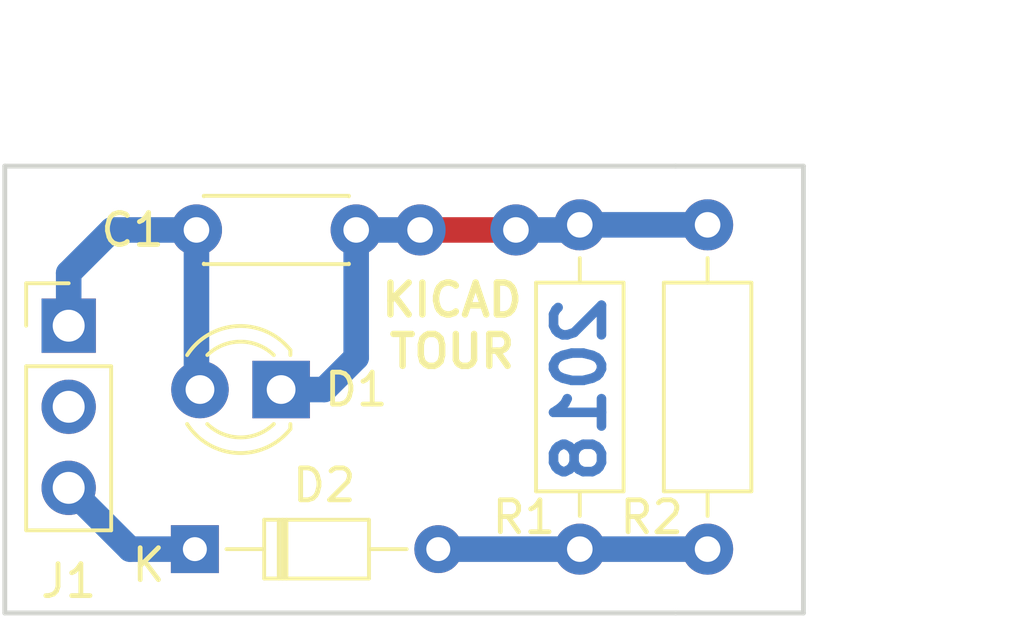
<source format=kicad_pcb>
(kicad_pcb (version 20171130) (host pcbnew 5.0.0-fee4fd1~66~ubuntu16.04.1)

  (general
    (thickness 1.6)
    (drawings 11)
    (tracks 19)
    (zones 0)
    (modules 6)
    (nets 6)
  )

  (page A4)
  (title_block
    (title "Kicad Tour K5")
    (date 2018-08-31)
    (rev 1)
    (company "Diego Brengi - Diseño de PCB")
  )

  (layers
    (0 F.Cu signal)
    (31 B.Cu signal)
    (32 B.Adhes user)
    (33 F.Adhes user)
    (34 B.Paste user)
    (35 F.Paste user)
    (36 B.SilkS user)
    (37 F.SilkS user)
    (38 B.Mask user)
    (39 F.Mask user hide)
    (40 Dwgs.User user)
    (41 Cmts.User user)
    (42 Eco1.User user)
    (43 Eco2.User user)
    (44 Edge.Cuts user)
    (45 Margin user)
    (46 B.CrtYd user)
    (47 F.CrtYd user)
    (48 B.Fab user)
    (49 F.Fab user hide)
  )

  (setup
    (last_trace_width 0.8)
    (trace_clearance 0.8)
    (zone_clearance 0.508)
    (zone_45_only no)
    (trace_min 0.2)
    (segment_width 0.2)
    (edge_width 0.15)
    (via_size 1.6)
    (via_drill 0.8)
    (via_min_size 0.4)
    (via_min_drill 0.3)
    (uvia_size 0.3)
    (uvia_drill 0.1)
    (uvias_allowed no)
    (uvia_min_size 0.2)
    (uvia_min_drill 0.1)
    (pcb_text_width 0.3)
    (pcb_text_size 1.5 1.5)
    (mod_edge_width 0.15)
    (mod_text_size 1 1)
    (mod_text_width 0.15)
    (pad_size 1.524 1.524)
    (pad_drill 0.762)
    (pad_to_mask_clearance 0.2)
    (aux_axis_origin 0 0)
    (visible_elements FFFDEF7F)
    (pcbplotparams
      (layerselection 0x01120_ffffffff)
      (usegerberextensions false)
      (usegerberattributes true)
      (usegerberadvancedattributes true)
      (creategerberjobfile true)
      (excludeedgelayer false)
      (linewidth 0.100000)
      (plotframeref false)
      (viasonmask false)
      (mode 1)
      (useauxorigin false)
      (hpglpennumber 1)
      (hpglpenspeed 20)
      (hpglpendiameter 15.000000)
      (psnegative false)
      (psa4output false)
      (plotreference true)
      (plotvalue true)
      (plotinvisibletext false)
      (padsonsilk false)
      (subtractmaskfromsilk false)
      (outputformat 1)
      (mirror false)
      (drillshape 0)
      (scaleselection 1)
      (outputdirectory ""))
  )

  (net 0 "")
  (net 1 "Net-(C1-Pad1)")
  (net 2 "Net-(C1-Pad2)")
  (net 3 "Net-(J1-Pad2)")
  (net 4 "Net-(D2-Pad1)")
  (net 5 "Net-(D2-Pad2)")

  (net_class Default "Esta es la clase de red por defecto."
    (clearance 0.8)
    (trace_width 0.8)
    (via_dia 1.6)
    (via_drill 0.8)
    (uvia_dia 0.3)
    (uvia_drill 0.1)
    (add_net "Net-(C1-Pad1)")
    (add_net "Net-(C1-Pad2)")
    (add_net "Net-(D2-Pad1)")
    (add_net "Net-(D2-Pad2)")
    (add_net "Net-(J1-Pad2)")
  )

  (module Resistor_THT:R_Axial_DIN0207_L6.3mm_D2.5mm_P10.16mm_Horizontal (layer F.Cu) (tedit 5B8ED065) (tstamp 5B9AFFAD)
    (at 149 108 90)
    (descr "Resistor, Axial_DIN0207 series, Axial, Horizontal, pin pitch=10.16mm, 0.25W = 1/4W, length*diameter=6.3*2.5mm^2, http://cdn-reichelt.de/documents/datenblatt/B400/1_4W%23YAG.pdf")
    (tags "Resistor Axial_DIN0207 series Axial Horizontal pin pitch 10.16mm 0.25W = 1/4W length 6.3mm diameter 2.5mm")
    (path /5B8ECDC7)
    (fp_text reference R2 (at 1 -1.75 180) (layer F.SilkS)
      (effects (font (size 1 1) (thickness 0.15)))
    )
    (fp_text value 100K (at 5.08 2.37 90) (layer F.Fab)
      (effects (font (size 1 1) (thickness 0.15)))
    )
    (fp_line (start 1.93 -1.25) (end 1.93 1.25) (layer F.Fab) (width 0.1))
    (fp_line (start 1.93 1.25) (end 8.23 1.25) (layer F.Fab) (width 0.1))
    (fp_line (start 8.23 1.25) (end 8.23 -1.25) (layer F.Fab) (width 0.1))
    (fp_line (start 8.23 -1.25) (end 1.93 -1.25) (layer F.Fab) (width 0.1))
    (fp_line (start 0 0) (end 1.93 0) (layer F.Fab) (width 0.1))
    (fp_line (start 10.16 0) (end 8.23 0) (layer F.Fab) (width 0.1))
    (fp_line (start 1.81 -1.37) (end 1.81 1.37) (layer F.SilkS) (width 0.12))
    (fp_line (start 1.81 1.37) (end 8.35 1.37) (layer F.SilkS) (width 0.12))
    (fp_line (start 8.35 1.37) (end 8.35 -1.37) (layer F.SilkS) (width 0.12))
    (fp_line (start 8.35 -1.37) (end 1.81 -1.37) (layer F.SilkS) (width 0.12))
    (fp_line (start 1.04 0) (end 1.81 0) (layer F.SilkS) (width 0.12))
    (fp_line (start 9.12 0) (end 8.35 0) (layer F.SilkS) (width 0.12))
    (fp_line (start -1.05 -1.5) (end -1.05 1.5) (layer F.CrtYd) (width 0.05))
    (fp_line (start -1.05 1.5) (end 11.21 1.5) (layer F.CrtYd) (width 0.05))
    (fp_line (start 11.21 1.5) (end 11.21 -1.5) (layer F.CrtYd) (width 0.05))
    (fp_line (start 11.21 -1.5) (end -1.05 -1.5) (layer F.CrtYd) (width 0.05))
    (fp_text user %R (at 5.08 0 90) (layer F.Fab)
      (effects (font (size 1 1) (thickness 0.15)))
    )
    (pad 1 thru_hole circle (at 0 0 90) (size 1.6 1.6) (drill 0.8) (layers *.Cu *.Mask)
      (net 5 "Net-(D2-Pad2)"))
    (pad 2 thru_hole oval (at 10.16 0 90) (size 1.6 1.6) (drill 0.8) (layers *.Cu *.Mask)
      (net 1 "Net-(C1-Pad1)"))
    (model ${KISYS3DMOD}/Resistor_THT.3dshapes/R_Axial_DIN0207_L6.3mm_D2.5mm_P10.16mm_Horizontal.wrl
      (at (xyz 0 0 0))
      (scale (xyz 1 1 1))
      (rotate (xyz 0 0 0))
    )
  )

  (module Connector_PinHeader_2.54mm:PinHeader_1x03_P2.54mm_Vertical (layer F.Cu) (tedit 59FED5CC) (tstamp 5B94C954)
    (at 129 101)
    (descr "Through hole straight pin header, 1x03, 2.54mm pitch, single row")
    (tags "Through hole pin header THT 1x03 2.54mm single row")
    (path /5B8823B4)
    (fp_text reference J1 (at 0 8) (layer F.SilkS)
      (effects (font (size 1 1) (thickness 0.15)))
    )
    (fp_text value Conn_01x03 (at 0 7.41) (layer F.Fab)
      (effects (font (size 1 1) (thickness 0.15)))
    )
    (fp_line (start -0.635 -1.27) (end 1.27 -1.27) (layer F.Fab) (width 0.1))
    (fp_line (start 1.27 -1.27) (end 1.27 6.35) (layer F.Fab) (width 0.1))
    (fp_line (start 1.27 6.35) (end -1.27 6.35) (layer F.Fab) (width 0.1))
    (fp_line (start -1.27 6.35) (end -1.27 -0.635) (layer F.Fab) (width 0.1))
    (fp_line (start -1.27 -0.635) (end -0.635 -1.27) (layer F.Fab) (width 0.1))
    (fp_line (start -1.33 6.41) (end 1.33 6.41) (layer F.SilkS) (width 0.12))
    (fp_line (start -1.33 1.27) (end -1.33 6.41) (layer F.SilkS) (width 0.12))
    (fp_line (start 1.33 1.27) (end 1.33 6.41) (layer F.SilkS) (width 0.12))
    (fp_line (start -1.33 1.27) (end 1.33 1.27) (layer F.SilkS) (width 0.12))
    (fp_line (start -1.33 0) (end -1.33 -1.33) (layer F.SilkS) (width 0.12))
    (fp_line (start -1.33 -1.33) (end 0 -1.33) (layer F.SilkS) (width 0.12))
    (fp_line (start -1.8 -1.8) (end -1.8 6.85) (layer F.CrtYd) (width 0.05))
    (fp_line (start -1.8 6.85) (end 1.8 6.85) (layer F.CrtYd) (width 0.05))
    (fp_line (start 1.8 6.85) (end 1.8 -1.8) (layer F.CrtYd) (width 0.05))
    (fp_line (start 1.8 -1.8) (end -1.8 -1.8) (layer F.CrtYd) (width 0.05))
    (fp_text user %R (at 0 2.54 90) (layer F.Fab)
      (effects (font (size 1 1) (thickness 0.15)))
    )
    (pad 1 thru_hole rect (at 0 0) (size 1.7 1.7) (drill 1) (layers *.Cu *.Mask)
      (net 2 "Net-(C1-Pad2)"))
    (pad 2 thru_hole oval (at 0 2.54) (size 1.7 1.7) (drill 1) (layers *.Cu *.Mask)
      (net 3 "Net-(J1-Pad2)"))
    (pad 3 thru_hole oval (at 0 5.08) (size 1.7 1.7) (drill 1) (layers *.Cu *.Mask)
      (net 4 "Net-(D2-Pad1)"))
    (model ${KISYS3DMOD}/Connector_PinHeader_2.54mm.3dshapes/PinHeader_1x03_P2.54mm_Vertical.wrl
      (at (xyz 0 0 0))
      (scale (xyz 1 1 1))
      (rotate (xyz 0 0 0))
    )
  )

  (module Capacitor_THT:C_Disc_D4.3mm_W1.9mm_P5.00mm (layer F.Cu) (tedit 5AE50EF0) (tstamp 5B94BC8B)
    (at 138 98 180)
    (descr "C, Disc series, Radial, pin pitch=5.00mm, , diameter*width=4.3*1.9mm^2, Capacitor, http://www.vishay.com/docs/45233/krseries.pdf")
    (tags "C Disc series Radial pin pitch 5.00mm  diameter 4.3mm width 1.9mm Capacitor")
    (path /5B869984)
    (fp_text reference C1 (at 7 0 180) (layer F.SilkS)
      (effects (font (size 1 1) (thickness 0.15)))
    )
    (fp_text value 100nF (at 2.5 2.2 180) (layer F.Fab)
      (effects (font (size 1 1) (thickness 0.15)))
    )
    (fp_line (start 0.35 -0.95) (end 0.35 0.95) (layer F.Fab) (width 0.1))
    (fp_line (start 0.35 0.95) (end 4.65 0.95) (layer F.Fab) (width 0.1))
    (fp_line (start 4.65 0.95) (end 4.65 -0.95) (layer F.Fab) (width 0.1))
    (fp_line (start 4.65 -0.95) (end 0.35 -0.95) (layer F.Fab) (width 0.1))
    (fp_line (start 0.23 -1.07) (end 4.77 -1.07) (layer F.SilkS) (width 0.12))
    (fp_line (start 0.23 1.07) (end 4.77 1.07) (layer F.SilkS) (width 0.12))
    (fp_line (start 0.23 -1.07) (end 0.23 -1.055) (layer F.SilkS) (width 0.12))
    (fp_line (start 0.23 1.055) (end 0.23 1.07) (layer F.SilkS) (width 0.12))
    (fp_line (start 4.77 -1.07) (end 4.77 -1.055) (layer F.SilkS) (width 0.12))
    (fp_line (start 4.77 1.055) (end 4.77 1.07) (layer F.SilkS) (width 0.12))
    (fp_line (start -1.05 -1.2) (end -1.05 1.2) (layer F.CrtYd) (width 0.05))
    (fp_line (start -1.05 1.2) (end 6.05 1.2) (layer F.CrtYd) (width 0.05))
    (fp_line (start 6.05 1.2) (end 6.05 -1.2) (layer F.CrtYd) (width 0.05))
    (fp_line (start 6.05 -1.2) (end -1.05 -1.2) (layer F.CrtYd) (width 0.05))
    (fp_text user %R (at 2 0 180) (layer F.Fab)
      (effects (font (size 0.86 0.86) (thickness 0.129)))
    )
    (pad 1 thru_hole circle (at 0 0 180) (size 1.6 1.6) (drill 0.8) (layers *.Cu *.Mask)
      (net 1 "Net-(C1-Pad1)"))
    (pad 2 thru_hole circle (at 5 0 180) (size 1.6 1.6) (drill 0.8) (layers *.Cu *.Mask)
      (net 2 "Net-(C1-Pad2)"))
    (model ${KISYS3DMOD}/Capacitor_THT.3dshapes/C_Disc_D4.3mm_W1.9mm_P5.00mm.wrl
      (at (xyz 0 0 0))
      (scale (xyz 1 1 1))
      (rotate (xyz 0 0 0))
    )
  )

  (module Resistor_THT:R_Axial_DIN0207_L6.3mm_D2.5mm_P10.16mm_Horizontal (layer F.Cu) (tedit 5B8ED075) (tstamp 5B94BCE2)
    (at 145 108 90)
    (descr "Resistor, Axial_DIN0207 series, Axial, Horizontal, pin pitch=10.16mm, 0.25W = 1/4W, length*diameter=6.3*2.5mm^2, http://cdn-reichelt.de/documents/datenblatt/B400/1_4W%23YAG.pdf")
    (tags "Resistor Axial_DIN0207 series Axial Horizontal pin pitch 10.16mm 0.25W = 1/4W length 6.3mm diameter 2.5mm")
    (path /5B86992C)
    (fp_text reference R1 (at 1 -1.75 180) (layer F.SilkS)
      (effects (font (size 1 1) (thickness 0.15)))
    )
    (fp_text value 100K (at 5.08 2.37 90) (layer F.Fab)
      (effects (font (size 1 1) (thickness 0.15)))
    )
    (fp_text user %R (at 5.08 0 90) (layer F.Fab)
      (effects (font (size 1 1) (thickness 0.15)))
    )
    (fp_line (start 11.21 -1.5) (end -1.05 -1.5) (layer F.CrtYd) (width 0.05))
    (fp_line (start 11.21 1.5) (end 11.21 -1.5) (layer F.CrtYd) (width 0.05))
    (fp_line (start -1.05 1.5) (end 11.21 1.5) (layer F.CrtYd) (width 0.05))
    (fp_line (start -1.05 -1.5) (end -1.05 1.5) (layer F.CrtYd) (width 0.05))
    (fp_line (start 9.12 0) (end 8.35 0) (layer F.SilkS) (width 0.12))
    (fp_line (start 1.04 0) (end 1.81 0) (layer F.SilkS) (width 0.12))
    (fp_line (start 8.35 -1.37) (end 1.81 -1.37) (layer F.SilkS) (width 0.12))
    (fp_line (start 8.35 1.37) (end 8.35 -1.37) (layer F.SilkS) (width 0.12))
    (fp_line (start 1.81 1.37) (end 8.35 1.37) (layer F.SilkS) (width 0.12))
    (fp_line (start 1.81 -1.37) (end 1.81 1.37) (layer F.SilkS) (width 0.12))
    (fp_line (start 10.16 0) (end 8.23 0) (layer F.Fab) (width 0.1))
    (fp_line (start 0 0) (end 1.93 0) (layer F.Fab) (width 0.1))
    (fp_line (start 8.23 -1.25) (end 1.93 -1.25) (layer F.Fab) (width 0.1))
    (fp_line (start 8.23 1.25) (end 8.23 -1.25) (layer F.Fab) (width 0.1))
    (fp_line (start 1.93 1.25) (end 8.23 1.25) (layer F.Fab) (width 0.1))
    (fp_line (start 1.93 -1.25) (end 1.93 1.25) (layer F.Fab) (width 0.1))
    (pad 2 thru_hole oval (at 10.16 0 90) (size 1.6 1.6) (drill 0.8) (layers *.Cu *.Mask)
      (net 1 "Net-(C1-Pad1)"))
    (pad 1 thru_hole circle (at 0 0 90) (size 1.6 1.6) (drill 0.8) (layers *.Cu *.Mask)
      (net 5 "Net-(D2-Pad2)"))
    (model ${KISYS3DMOD}/Resistor_THT.3dshapes/R_Axial_DIN0207_L6.3mm_D2.5mm_P10.16mm_Horizontal.wrl
      (at (xyz 0 0 0))
      (scale (xyz 1 1 1))
      (rotate (xyz 0 0 0))
    )
  )

  (module LED_THT:LED_D3.0mm (layer F.Cu) (tedit 587A3A7B) (tstamp 5B94BDF7)
    (at 135.65 103 180)
    (descr "LED, diameter 3.0mm, 2 pins")
    (tags "LED diameter 3.0mm 2 pins")
    (path /5B8837A1)
    (clearance 0.6)
    (fp_text reference D1 (at -2.35 0 180) (layer F.SilkS)
      (effects (font (size 1 1) (thickness 0.15)))
    )
    (fp_text value "LED ROJO 3mm" (at 1.27 2.96 180) (layer F.Fab)
      (effects (font (size 1 1) (thickness 0.15)))
    )
    (fp_arc (start 1.27 0) (end -0.23 -1.16619) (angle 284.3) (layer F.Fab) (width 0.1))
    (fp_arc (start 1.27 0) (end -0.29 -1.235516) (angle 108.8) (layer F.SilkS) (width 0.12))
    (fp_arc (start 1.27 0) (end -0.29 1.235516) (angle -108.8) (layer F.SilkS) (width 0.12))
    (fp_arc (start 1.27 0) (end 0.229039 -1.08) (angle 87.9) (layer F.SilkS) (width 0.12))
    (fp_arc (start 1.27 0) (end 0.229039 1.08) (angle -87.9) (layer F.SilkS) (width 0.12))
    (fp_circle (center 1.27 0) (end 2.77 0) (layer F.Fab) (width 0.1))
    (fp_line (start -0.23 -1.16619) (end -0.23 1.16619) (layer F.Fab) (width 0.1))
    (fp_line (start -0.29 -1.236) (end -0.29 -1.08) (layer F.SilkS) (width 0.12))
    (fp_line (start -0.29 1.08) (end -0.29 1.236) (layer F.SilkS) (width 0.12))
    (fp_line (start -1.15 -2.25) (end -1.15 2.25) (layer F.CrtYd) (width 0.05))
    (fp_line (start -1.15 2.25) (end 3.7 2.25) (layer F.CrtYd) (width 0.05))
    (fp_line (start 3.7 2.25) (end 3.7 -2.25) (layer F.CrtYd) (width 0.05))
    (fp_line (start 3.7 -2.25) (end -1.15 -2.25) (layer F.CrtYd) (width 0.05))
    (pad 1 thru_hole rect (at 0 0 180) (size 1.8 1.8) (drill 0.9) (layers *.Cu *.Mask)
      (net 1 "Net-(C1-Pad1)"))
    (pad 2 thru_hole circle (at 2.54 0 180) (size 1.8 1.8) (drill 0.9) (layers *.Cu *.Mask)
      (net 2 "Net-(C1-Pad2)"))
    (model ${KISYS3DMOD}/LED_THT.3dshapes/LED_D3.0mm.wrl
      (at (xyz 0 0 0))
      (scale (xyz 1 1 1))
      (rotate (xyz 0 0 0))
    )
  )

  (module Diode_THT:D_DO-34_SOD68_P7.62mm_Horizontal (layer F.Cu) (tedit 5B8ED090) (tstamp 5B94BE16)
    (at 132.95 108)
    (descr "Diode, DO-34_SOD68 series, Axial, Horizontal, pin pitch=7.62mm, , length*diameter=3.04*1.6mm^2, , https://www.nxp.com/docs/en/data-sheet/KTY83_SER.pdf")
    (tags "Diode DO-34_SOD68 series Axial Horizontal pin pitch 7.62mm  length 3.04mm diameter 1.6mm")
    (path /5B882C4E)
    (fp_text reference D2 (at 4.05 -2) (layer F.SilkS)
      (effects (font (size 1 1) (thickness 0.15)))
    )
    (fp_text value 1N4148 (at 3.81 1.92) (layer F.Fab)
      (effects (font (size 1 1) (thickness 0.15)))
    )
    (fp_text user K (at -1.45 0.5) (layer F.SilkS)
      (effects (font (size 1 1) (thickness 0.15)))
    )
    (fp_text user K (at 0 -1.75) (layer F.Fab)
      (effects (font (size 1 1) (thickness 0.15)))
    )
    (fp_text user %R (at 4.038 0) (layer F.Fab)
      (effects (font (size 0.608 0.608) (thickness 0.0912)))
    )
    (fp_line (start 8.63 -1.05) (end -1 -1.05) (layer F.CrtYd) (width 0.05))
    (fp_line (start 8.63 1.05) (end 8.63 -1.05) (layer F.CrtYd) (width 0.05))
    (fp_line (start -1 1.05) (end 8.63 1.05) (layer F.CrtYd) (width 0.05))
    (fp_line (start -1 -1.05) (end -1 1.05) (layer F.CrtYd) (width 0.05))
    (fp_line (start 2.626 -0.92) (end 2.626 0.92) (layer F.SilkS) (width 0.12))
    (fp_line (start 2.866 -0.92) (end 2.866 0.92) (layer F.SilkS) (width 0.12))
    (fp_line (start 2.746 -0.92) (end 2.746 0.92) (layer F.SilkS) (width 0.12))
    (fp_line (start 6.63 0) (end 5.45 0) (layer F.SilkS) (width 0.12))
    (fp_line (start 0.99 0) (end 2.17 0) (layer F.SilkS) (width 0.12))
    (fp_line (start 5.45 -0.92) (end 2.17 -0.92) (layer F.SilkS) (width 0.12))
    (fp_line (start 5.45 0.92) (end 5.45 -0.92) (layer F.SilkS) (width 0.12))
    (fp_line (start 2.17 0.92) (end 5.45 0.92) (layer F.SilkS) (width 0.12))
    (fp_line (start 2.17 -0.92) (end 2.17 0.92) (layer F.SilkS) (width 0.12))
    (fp_line (start 2.646 -0.8) (end 2.646 0.8) (layer F.Fab) (width 0.1))
    (fp_line (start 2.846 -0.8) (end 2.846 0.8) (layer F.Fab) (width 0.1))
    (fp_line (start 2.746 -0.8) (end 2.746 0.8) (layer F.Fab) (width 0.1))
    (fp_line (start 7.62 0) (end 5.33 0) (layer F.Fab) (width 0.1))
    (fp_line (start 0 0) (end 2.29 0) (layer F.Fab) (width 0.1))
    (fp_line (start 5.33 -0.8) (end 2.29 -0.8) (layer F.Fab) (width 0.1))
    (fp_line (start 5.33 0.8) (end 5.33 -0.8) (layer F.Fab) (width 0.1))
    (fp_line (start 2.29 0.8) (end 5.33 0.8) (layer F.Fab) (width 0.1))
    (fp_line (start 2.29 -0.8) (end 2.29 0.8) (layer F.Fab) (width 0.1))
    (pad 2 thru_hole oval (at 7.62 0) (size 1.5 1.5) (drill 0.75) (layers *.Cu *.Mask)
      (net 5 "Net-(D2-Pad2)"))
    (pad 1 thru_hole rect (at 0 0) (size 1.5 1.5) (drill 0.75) (layers *.Cu *.Mask)
      (net 4 "Net-(D2-Pad1)"))
    (model ${KISYS3DMOD}/Diode_THT.3dshapes/D_DO-34_SOD68_P7.62mm_Horizontal.wrl
      (at (xyz 0 0 0))
      (scale (xyz 1 1 1))
      (rotate (xyz 0 0 0))
    )
  )

  (dimension 25 (width 0.3) (layer Dwgs.User)
    (gr_text "25,000 mm" (at 139.5 91.9) (layer Dwgs.User)
      (effects (font (size 1.5 1.5) (thickness 0.3)))
    )
    (feature1 (pts (xy 152 96) (xy 152 93.413579)))
    (feature2 (pts (xy 127 96) (xy 127 93.413579)))
    (crossbar (pts (xy 127 94) (xy 152 94)))
    (arrow1a (pts (xy 152 94) (xy 150.873496 94.586421)))
    (arrow1b (pts (xy 152 94) (xy 150.873496 93.413579)))
    (arrow2a (pts (xy 127 94) (xy 128.126504 94.586421)))
    (arrow2b (pts (xy 127 94) (xy 128.126504 93.413579)))
  )
  (gr_line (start 152 110) (end 152 96) (layer Edge.Cuts) (width 0.15))
  (gr_line (start 148 96) (end 152 96) (layer Edge.Cuts) (width 0.15))
  (gr_line (start 152 110) (end 148 110) (layer Edge.Cuts) (width 0.15))
  (gr_line (start 148 96) (end 127 96) (layer Edge.Cuts) (width 0.15) (tstamp 5B94C9BA))
  (gr_line (start 127 110) (end 148 110) (layer Edge.Cuts) (width 0.15))
  (dimension 14 (width 0.3) (layer Dwgs.User) (tstamp 5B94E798)
    (gr_text "14,000 mm" (at 156.970152 103 90) (layer Dwgs.User) (tstamp 5B9B04C5)
      (effects (font (size 1.5 1.5) (thickness 0.3)))
    )
    (feature1 (pts (xy 151.870152 96) (xy 155.456573 96)))
    (feature2 (pts (xy 151.870152 110) (xy 155.456573 110)))
    (crossbar (pts (xy 154.870152 110) (xy 154.870152 96)))
    (arrow1a (pts (xy 154.870152 96) (xy 155.456573 97.126504)))
    (arrow1b (pts (xy 154.870152 96) (xy 154.283731 97.126504)))
    (arrow2a (pts (xy 154.870152 110) (xy 155.456573 108.873496)))
    (arrow2b (pts (xy 154.870152 110) (xy 154.283731 108.873496)))
  )
  (gr_text "KICAD\nTOUR" (at 141 101) (layer F.SilkS)
    (effects (font (size 1 1) (thickness 0.2)))
  )
  (gr_text 2018 (at 145 103 90) (layer B.Cu)
    (effects (font (size 1.5 1.5) (thickness 0.3)) (justify mirror))
  )
  (gr_line (start 127 96) (end 127 96) (layer Edge.Cuts) (width 0.15) (tstamp 5B94C9C9))
  (gr_line (start 127 96) (end 127 110) (layer Edge.Cuts) (width 0.15) (tstamp 5B94C9D4))

  (segment (start 135.65 103) (end 137 103) (width 0.8) (layer B.Cu) (net 1))
  (segment (start 138 102) (end 138 98) (width 0.8) (layer B.Cu) (net 1))
  (segment (start 137 103) (end 138 102) (width 0.8) (layer B.Cu) (net 1))
  (via (at 140 98) (size 1.6) (drill 0.8) (layers F.Cu B.Cu) (net 1))
  (segment (start 138 98) (end 140 98) (width 0.8) (layer B.Cu) (net 1))
  (via (at 143 98) (size 1.6) (drill 0.8) (layers F.Cu B.Cu) (net 1))
  (segment (start 140 98) (end 143 98) (width 0.8) (layer F.Cu) (net 1))
  (segment (start 144.84 98) (end 145 97.84) (width 0.8) (layer B.Cu) (net 1))
  (segment (start 143 98) (end 144.84 98) (width 0.8) (layer B.Cu) (net 1))
  (segment (start 149 97.84) (end 145 97.84) (width 0.8) (layer B.Cu) (net 1) (status 10))
  (segment (start 129 99.35) (end 130.35 98) (width 0.8) (layer B.Cu) (net 2))
  (segment (start 129 101) (end 129 99.35) (width 0.8) (layer B.Cu) (net 2))
  (segment (start 130.35 98) (end 133 98) (width 0.8) (layer B.Cu) (net 2))
  (segment (start 133 102.89) (end 133.11 103) (width 0.8) (layer B.Cu) (net 2))
  (segment (start 133 98) (end 133 102.89) (width 0.8) (layer B.Cu) (net 2))
  (segment (start 130.92 108) (end 129 106.08) (width 0.8) (layer B.Cu) (net 4))
  (segment (start 132.95 108) (end 130.92 108) (width 0.8) (layer B.Cu) (net 4))
  (segment (start 140.57 108) (end 145 108) (width 0.8) (layer B.Cu) (net 5))
  (segment (start 149 108) (end 145 108) (width 0.8) (layer B.Cu) (net 5) (status 10))

)

</source>
